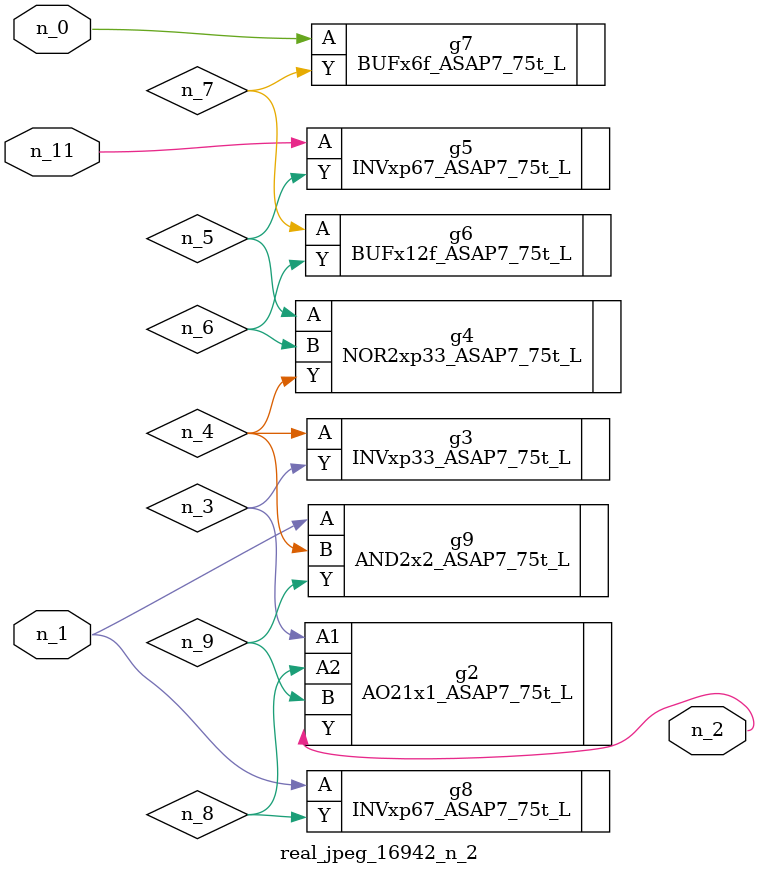
<source format=v>
module real_jpeg_16942_n_2 (n_1, n_11, n_0, n_2);

input n_1;
input n_11;
input n_0;

output n_2;

wire n_5;
wire n_8;
wire n_4;
wire n_6;
wire n_7;
wire n_3;
wire n_9;

BUFx6f_ASAP7_75t_L g7 ( 
.A(n_0),
.Y(n_7)
);

INVxp67_ASAP7_75t_L g8 ( 
.A(n_1),
.Y(n_8)
);

AND2x2_ASAP7_75t_L g9 ( 
.A(n_1),
.B(n_4),
.Y(n_9)
);

AO21x1_ASAP7_75t_L g2 ( 
.A1(n_3),
.A2(n_8),
.B(n_9),
.Y(n_2)
);

INVxp33_ASAP7_75t_L g3 ( 
.A(n_4),
.Y(n_3)
);

NOR2xp33_ASAP7_75t_L g4 ( 
.A(n_5),
.B(n_6),
.Y(n_4)
);

BUFx12f_ASAP7_75t_L g6 ( 
.A(n_7),
.Y(n_6)
);

INVxp67_ASAP7_75t_L g5 ( 
.A(n_11),
.Y(n_5)
);


endmodule
</source>
